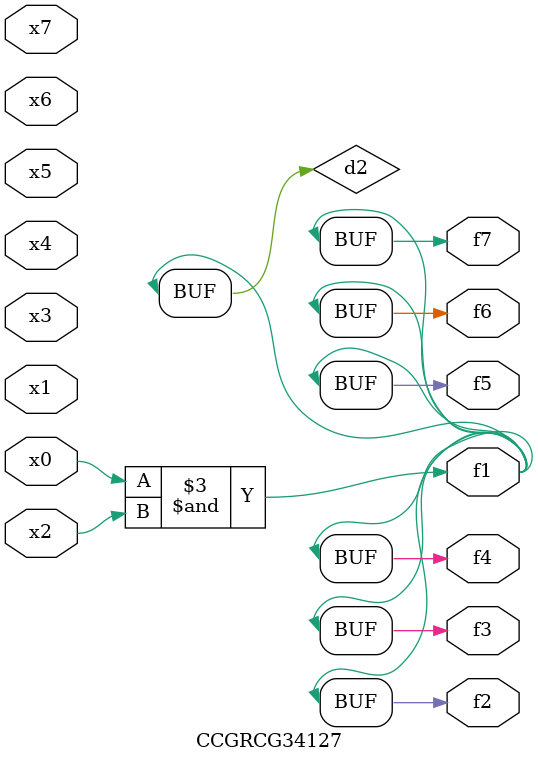
<source format=v>
module CCGRCG34127(
	input x0, x1, x2, x3, x4, x5, x6, x7,
	output f1, f2, f3, f4, f5, f6, f7
);

	wire d1, d2;

	nor (d1, x3, x6);
	and (d2, x0, x2);
	assign f1 = d2;
	assign f2 = d2;
	assign f3 = d2;
	assign f4 = d2;
	assign f5 = d2;
	assign f6 = d2;
	assign f7 = d2;
endmodule

</source>
